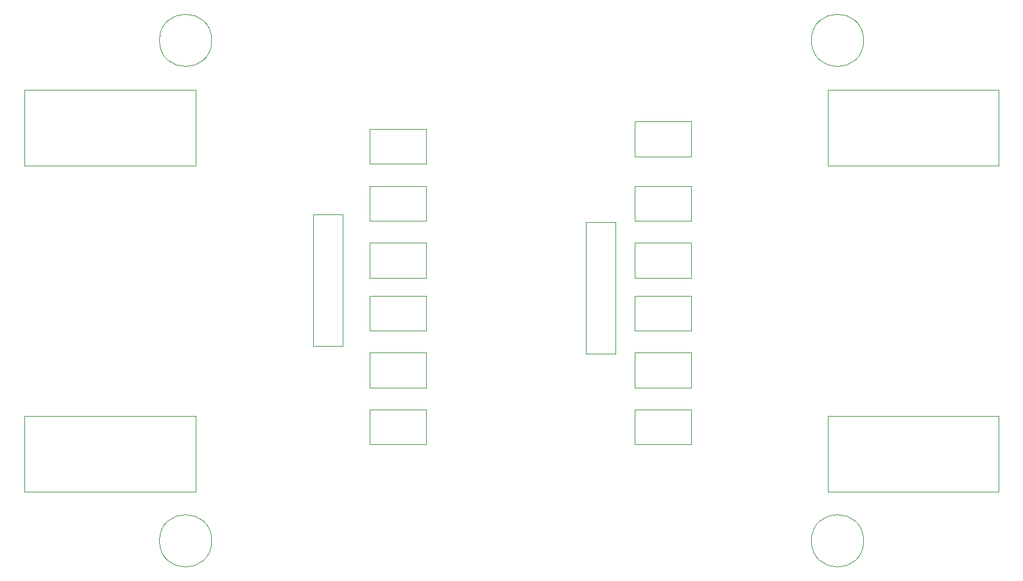
<source format=gbr>
G04 #@! TF.FileFunction,Other,User*
%FSLAX46Y46*%
G04 Gerber Fmt 4.6, Leading zero omitted, Abs format (unit mm)*
G04 Created by KiCad (PCBNEW 4.0.2-stable) date 30/01/2018 13:09:08*
%MOMM*%
G01*
G04 APERTURE LIST*
%ADD10C,0.100000*%
%ADD11C,0.050000*%
G04 APERTURE END LIST*
D10*
D11*
X131800000Y-82300000D02*
X135700000Y-82300000D01*
X135700000Y-82300000D02*
X135700000Y-64950000D01*
X135700000Y-64950000D02*
X131800000Y-64950000D01*
X131800000Y-64950000D02*
X131800000Y-82300000D01*
X103270000Y-67700000D02*
X110730000Y-67700000D01*
X103270000Y-72300000D02*
X103270000Y-67700000D01*
X110730000Y-72300000D02*
X103270000Y-72300000D01*
X110730000Y-67700000D02*
X110730000Y-72300000D01*
X103270000Y-60200000D02*
X110730000Y-60200000D01*
X103270000Y-64800000D02*
X103270000Y-60200000D01*
X110730000Y-64800000D02*
X103270000Y-64800000D01*
X110730000Y-60200000D02*
X110730000Y-64800000D01*
X103270000Y-52700000D02*
X110730000Y-52700000D01*
X103270000Y-57300000D02*
X103270000Y-52700000D01*
X110730000Y-57300000D02*
X103270000Y-57300000D01*
X110730000Y-52700000D02*
X110730000Y-57300000D01*
X138270000Y-67700000D02*
X145730000Y-67700000D01*
X138270000Y-72300000D02*
X138270000Y-67700000D01*
X145730000Y-72300000D02*
X138270000Y-72300000D01*
X145730000Y-67700000D02*
X145730000Y-72300000D01*
X138270000Y-60200000D02*
X145730000Y-60200000D01*
X138270000Y-64800000D02*
X138270000Y-60200000D01*
X145730000Y-64800000D02*
X138270000Y-64800000D01*
X145730000Y-60200000D02*
X145730000Y-64800000D01*
X138270000Y-51700000D02*
X145730000Y-51700000D01*
X138270000Y-56300000D02*
X138270000Y-51700000D01*
X145730000Y-56300000D02*
X138270000Y-56300000D01*
X145730000Y-51700000D02*
X145730000Y-56300000D01*
X138270000Y-74700000D02*
X145730000Y-74700000D01*
X138270000Y-79300000D02*
X138270000Y-74700000D01*
X145730000Y-79300000D02*
X138270000Y-79300000D01*
X145730000Y-74700000D02*
X145730000Y-79300000D01*
X138270000Y-89700000D02*
X145730000Y-89700000D01*
X138270000Y-94300000D02*
X138270000Y-89700000D01*
X145730000Y-94300000D02*
X138270000Y-94300000D01*
X145730000Y-89700000D02*
X145730000Y-94300000D01*
X138270000Y-82200000D02*
X145730000Y-82200000D01*
X138270000Y-86800000D02*
X138270000Y-82200000D01*
X145730000Y-86800000D02*
X138270000Y-86800000D01*
X145730000Y-82200000D02*
X145730000Y-86800000D01*
X103270000Y-82200000D02*
X110730000Y-82200000D01*
X103270000Y-86800000D02*
X103270000Y-82200000D01*
X110730000Y-86800000D02*
X103270000Y-86800000D01*
X110730000Y-82200000D02*
X110730000Y-86800000D01*
X103270000Y-74700000D02*
X110730000Y-74700000D01*
X103270000Y-79300000D02*
X103270000Y-74700000D01*
X110730000Y-79300000D02*
X103270000Y-79300000D01*
X110730000Y-74700000D02*
X110730000Y-79300000D01*
X103270000Y-89700000D02*
X110730000Y-89700000D01*
X103270000Y-94300000D02*
X103270000Y-89700000D01*
X110730000Y-94300000D02*
X103270000Y-94300000D01*
X110730000Y-89700000D02*
X110730000Y-94300000D01*
X82450000Y-41000000D02*
G75*
G03X82450000Y-41000000I-3450000J0D01*
G01*
X168450000Y-41000000D02*
G75*
G03X168450000Y-41000000I-3450000J0D01*
G01*
X168450000Y-107000000D02*
G75*
G03X168450000Y-107000000I-3450000J0D01*
G01*
X95800000Y-81300000D02*
X99700000Y-81300000D01*
X99700000Y-81300000D02*
X99700000Y-63950000D01*
X99700000Y-63950000D02*
X95800000Y-63950000D01*
X95800000Y-63950000D02*
X95800000Y-81300000D01*
X163700000Y-47500000D02*
X163700000Y-57500000D01*
X163700000Y-57500000D02*
X186250000Y-57500000D01*
X186250000Y-57500000D02*
X186250000Y-47500000D01*
X186250000Y-47500000D02*
X163700000Y-47500000D01*
X80300000Y-57500000D02*
X80300000Y-47500000D01*
X80300000Y-47500000D02*
X57750000Y-47500000D01*
X57750000Y-47500000D02*
X57750000Y-57500000D01*
X57750000Y-57500000D02*
X80300000Y-57500000D01*
X163700000Y-90500000D02*
X163700000Y-100500000D01*
X163700000Y-100500000D02*
X186250000Y-100500000D01*
X186250000Y-100500000D02*
X186250000Y-90500000D01*
X186250000Y-90500000D02*
X163700000Y-90500000D01*
X80300000Y-100500000D02*
X80300000Y-90500000D01*
X80300000Y-90500000D02*
X57750000Y-90500000D01*
X57750000Y-90500000D02*
X57750000Y-100500000D01*
X57750000Y-100500000D02*
X80300000Y-100500000D01*
X82450000Y-107000000D02*
G75*
G03X82450000Y-107000000I-3450000J0D01*
G01*
M02*

</source>
